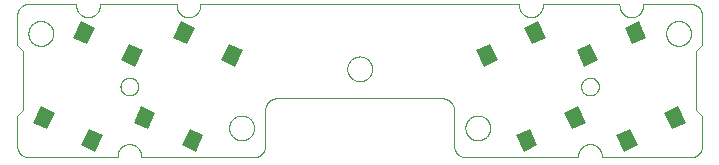
<source format=gtp>
G75*
%MOIN*%
%OFA0B0*%
%FSLAX25Y25*%
%IPPOS*%
%LPD*%
%AMOC8*
5,1,8,0,0,1.08239X$1,22.5*
%
%ADD10C,0.00000*%
%ADD11R,0.05118X0.06102*%
D10*
X0007206Y0003269D02*
X0036733Y0003269D01*
X0036733Y0003761D01*
X0040670Y0007698D02*
X0040794Y0007696D01*
X0040917Y0007690D01*
X0041041Y0007681D01*
X0041163Y0007667D01*
X0041286Y0007650D01*
X0041408Y0007628D01*
X0041529Y0007603D01*
X0041649Y0007574D01*
X0041768Y0007542D01*
X0041887Y0007505D01*
X0042004Y0007465D01*
X0042119Y0007422D01*
X0042234Y0007374D01*
X0042346Y0007323D01*
X0042457Y0007269D01*
X0042567Y0007211D01*
X0042674Y0007150D01*
X0042780Y0007085D01*
X0042883Y0007017D01*
X0042984Y0006946D01*
X0043083Y0006872D01*
X0043180Y0006795D01*
X0043274Y0006714D01*
X0043365Y0006631D01*
X0043454Y0006545D01*
X0043540Y0006456D01*
X0043623Y0006365D01*
X0043704Y0006271D01*
X0043781Y0006174D01*
X0043855Y0006075D01*
X0043926Y0005974D01*
X0043994Y0005871D01*
X0044059Y0005765D01*
X0044120Y0005658D01*
X0044178Y0005548D01*
X0044232Y0005437D01*
X0044283Y0005325D01*
X0044331Y0005210D01*
X0044374Y0005095D01*
X0044414Y0004978D01*
X0044451Y0004859D01*
X0044483Y0004740D01*
X0044512Y0004620D01*
X0044537Y0004499D01*
X0044559Y0004377D01*
X0044576Y0004254D01*
X0044590Y0004132D01*
X0044599Y0004008D01*
X0044605Y0003885D01*
X0044607Y0003761D01*
X0044607Y0003269D01*
X0082009Y0003269D01*
X0082133Y0003271D01*
X0082256Y0003277D01*
X0082380Y0003286D01*
X0082502Y0003300D01*
X0082625Y0003317D01*
X0082747Y0003339D01*
X0082868Y0003364D01*
X0082988Y0003393D01*
X0083107Y0003425D01*
X0083226Y0003462D01*
X0083343Y0003502D01*
X0083458Y0003545D01*
X0083573Y0003593D01*
X0083685Y0003644D01*
X0083796Y0003698D01*
X0083906Y0003756D01*
X0084013Y0003817D01*
X0084119Y0003882D01*
X0084222Y0003950D01*
X0084323Y0004021D01*
X0084422Y0004095D01*
X0084519Y0004172D01*
X0084613Y0004253D01*
X0084704Y0004336D01*
X0084793Y0004422D01*
X0084879Y0004511D01*
X0084962Y0004602D01*
X0085043Y0004696D01*
X0085120Y0004793D01*
X0085194Y0004892D01*
X0085265Y0004993D01*
X0085333Y0005096D01*
X0085398Y0005202D01*
X0085459Y0005309D01*
X0085517Y0005419D01*
X0085571Y0005530D01*
X0085622Y0005642D01*
X0085670Y0005757D01*
X0085713Y0005872D01*
X0085753Y0005989D01*
X0085790Y0006108D01*
X0085822Y0006227D01*
X0085851Y0006347D01*
X0085876Y0006468D01*
X0085898Y0006590D01*
X0085915Y0006713D01*
X0085929Y0006835D01*
X0085938Y0006959D01*
X0085944Y0007082D01*
X0085946Y0007206D01*
X0085946Y0019017D01*
X0085948Y0019141D01*
X0085954Y0019264D01*
X0085963Y0019388D01*
X0085977Y0019510D01*
X0085994Y0019633D01*
X0086016Y0019755D01*
X0086041Y0019876D01*
X0086070Y0019996D01*
X0086102Y0020115D01*
X0086139Y0020234D01*
X0086179Y0020351D01*
X0086222Y0020466D01*
X0086270Y0020581D01*
X0086321Y0020693D01*
X0086375Y0020804D01*
X0086433Y0020914D01*
X0086494Y0021021D01*
X0086559Y0021127D01*
X0086627Y0021230D01*
X0086698Y0021331D01*
X0086772Y0021430D01*
X0086849Y0021527D01*
X0086930Y0021621D01*
X0087013Y0021712D01*
X0087099Y0021801D01*
X0087188Y0021887D01*
X0087279Y0021970D01*
X0087373Y0022051D01*
X0087470Y0022128D01*
X0087569Y0022202D01*
X0087670Y0022273D01*
X0087773Y0022341D01*
X0087879Y0022406D01*
X0087986Y0022467D01*
X0088096Y0022525D01*
X0088207Y0022579D01*
X0088319Y0022630D01*
X0088434Y0022678D01*
X0088549Y0022721D01*
X0088666Y0022761D01*
X0088785Y0022798D01*
X0088904Y0022830D01*
X0089024Y0022859D01*
X0089145Y0022884D01*
X0089267Y0022906D01*
X0089390Y0022923D01*
X0089512Y0022937D01*
X0089636Y0022946D01*
X0089759Y0022952D01*
X0089883Y0022954D01*
X0145001Y0022954D01*
X0145125Y0022952D01*
X0145248Y0022946D01*
X0145372Y0022937D01*
X0145494Y0022923D01*
X0145617Y0022906D01*
X0145739Y0022884D01*
X0145860Y0022859D01*
X0145980Y0022830D01*
X0146099Y0022798D01*
X0146218Y0022761D01*
X0146335Y0022721D01*
X0146450Y0022678D01*
X0146565Y0022630D01*
X0146677Y0022579D01*
X0146788Y0022525D01*
X0146898Y0022467D01*
X0147005Y0022406D01*
X0147111Y0022341D01*
X0147214Y0022273D01*
X0147315Y0022202D01*
X0147414Y0022128D01*
X0147511Y0022051D01*
X0147605Y0021970D01*
X0147696Y0021887D01*
X0147785Y0021801D01*
X0147871Y0021712D01*
X0147954Y0021621D01*
X0148035Y0021527D01*
X0148112Y0021430D01*
X0148186Y0021331D01*
X0148257Y0021230D01*
X0148325Y0021127D01*
X0148390Y0021021D01*
X0148451Y0020914D01*
X0148509Y0020804D01*
X0148563Y0020693D01*
X0148614Y0020581D01*
X0148662Y0020466D01*
X0148705Y0020351D01*
X0148745Y0020234D01*
X0148782Y0020115D01*
X0148814Y0019996D01*
X0148843Y0019876D01*
X0148868Y0019755D01*
X0148890Y0019633D01*
X0148907Y0019510D01*
X0148921Y0019388D01*
X0148930Y0019264D01*
X0148936Y0019141D01*
X0148938Y0019017D01*
X0148938Y0007206D01*
X0148940Y0007082D01*
X0148946Y0006959D01*
X0148955Y0006835D01*
X0148969Y0006713D01*
X0148986Y0006590D01*
X0149008Y0006468D01*
X0149033Y0006347D01*
X0149062Y0006227D01*
X0149094Y0006108D01*
X0149131Y0005989D01*
X0149171Y0005872D01*
X0149214Y0005757D01*
X0149262Y0005642D01*
X0149313Y0005530D01*
X0149367Y0005419D01*
X0149425Y0005309D01*
X0149486Y0005202D01*
X0149551Y0005096D01*
X0149619Y0004993D01*
X0149690Y0004892D01*
X0149764Y0004793D01*
X0149841Y0004696D01*
X0149922Y0004602D01*
X0150005Y0004511D01*
X0150091Y0004422D01*
X0150180Y0004336D01*
X0150271Y0004253D01*
X0150365Y0004172D01*
X0150462Y0004095D01*
X0150561Y0004021D01*
X0150662Y0003950D01*
X0150765Y0003882D01*
X0150871Y0003817D01*
X0150978Y0003756D01*
X0151088Y0003698D01*
X0151199Y0003644D01*
X0151311Y0003593D01*
X0151426Y0003545D01*
X0151541Y0003502D01*
X0151658Y0003462D01*
X0151777Y0003425D01*
X0151896Y0003393D01*
X0152016Y0003364D01*
X0152137Y0003339D01*
X0152259Y0003317D01*
X0152382Y0003300D01*
X0152504Y0003286D01*
X0152628Y0003277D01*
X0152751Y0003271D01*
X0152875Y0003269D01*
X0190276Y0003269D01*
X0190276Y0003761D01*
X0194213Y0007698D02*
X0194337Y0007696D01*
X0194460Y0007690D01*
X0194584Y0007681D01*
X0194706Y0007667D01*
X0194829Y0007650D01*
X0194951Y0007628D01*
X0195072Y0007603D01*
X0195192Y0007574D01*
X0195311Y0007542D01*
X0195430Y0007505D01*
X0195547Y0007465D01*
X0195662Y0007422D01*
X0195777Y0007374D01*
X0195889Y0007323D01*
X0196000Y0007269D01*
X0196110Y0007211D01*
X0196217Y0007150D01*
X0196323Y0007085D01*
X0196426Y0007017D01*
X0196527Y0006946D01*
X0196626Y0006872D01*
X0196723Y0006795D01*
X0196817Y0006714D01*
X0196908Y0006631D01*
X0196997Y0006545D01*
X0197083Y0006456D01*
X0197166Y0006365D01*
X0197247Y0006271D01*
X0197324Y0006174D01*
X0197398Y0006075D01*
X0197469Y0005974D01*
X0197537Y0005871D01*
X0197602Y0005765D01*
X0197663Y0005658D01*
X0197721Y0005548D01*
X0197775Y0005437D01*
X0197826Y0005325D01*
X0197874Y0005210D01*
X0197917Y0005095D01*
X0197957Y0004978D01*
X0197994Y0004859D01*
X0198026Y0004740D01*
X0198055Y0004620D01*
X0198080Y0004499D01*
X0198102Y0004377D01*
X0198119Y0004254D01*
X0198133Y0004132D01*
X0198142Y0004008D01*
X0198148Y0003885D01*
X0198150Y0003761D01*
X0198150Y0003269D01*
X0227678Y0003269D01*
X0227802Y0003271D01*
X0227925Y0003277D01*
X0228049Y0003286D01*
X0228171Y0003300D01*
X0228294Y0003317D01*
X0228416Y0003339D01*
X0228537Y0003364D01*
X0228657Y0003393D01*
X0228776Y0003425D01*
X0228895Y0003462D01*
X0229012Y0003502D01*
X0229127Y0003545D01*
X0229242Y0003593D01*
X0229354Y0003644D01*
X0229465Y0003698D01*
X0229575Y0003756D01*
X0229682Y0003817D01*
X0229788Y0003882D01*
X0229891Y0003950D01*
X0229992Y0004021D01*
X0230091Y0004095D01*
X0230188Y0004172D01*
X0230282Y0004253D01*
X0230373Y0004336D01*
X0230462Y0004422D01*
X0230548Y0004511D01*
X0230631Y0004602D01*
X0230712Y0004696D01*
X0230789Y0004793D01*
X0230863Y0004892D01*
X0230934Y0004993D01*
X0231002Y0005096D01*
X0231067Y0005202D01*
X0231128Y0005309D01*
X0231186Y0005419D01*
X0231240Y0005530D01*
X0231291Y0005642D01*
X0231339Y0005757D01*
X0231382Y0005872D01*
X0231422Y0005989D01*
X0231459Y0006108D01*
X0231491Y0006227D01*
X0231520Y0006347D01*
X0231545Y0006468D01*
X0231567Y0006590D01*
X0231584Y0006713D01*
X0231598Y0006835D01*
X0231607Y0006959D01*
X0231613Y0007082D01*
X0231615Y0007206D01*
X0231615Y0017048D01*
X0229646Y0019017D01*
X0229646Y0038702D01*
X0231615Y0040670D01*
X0231615Y0050513D01*
X0231613Y0050637D01*
X0231607Y0050760D01*
X0231598Y0050884D01*
X0231584Y0051006D01*
X0231567Y0051129D01*
X0231545Y0051251D01*
X0231520Y0051372D01*
X0231491Y0051492D01*
X0231459Y0051611D01*
X0231422Y0051730D01*
X0231382Y0051847D01*
X0231339Y0051962D01*
X0231291Y0052077D01*
X0231240Y0052189D01*
X0231186Y0052300D01*
X0231128Y0052410D01*
X0231067Y0052517D01*
X0231002Y0052623D01*
X0230934Y0052726D01*
X0230863Y0052827D01*
X0230789Y0052926D01*
X0230712Y0053023D01*
X0230631Y0053117D01*
X0230548Y0053208D01*
X0230462Y0053297D01*
X0230373Y0053383D01*
X0230282Y0053466D01*
X0230188Y0053547D01*
X0230091Y0053624D01*
X0229992Y0053698D01*
X0229891Y0053769D01*
X0229788Y0053837D01*
X0229682Y0053902D01*
X0229575Y0053963D01*
X0229465Y0054021D01*
X0229354Y0054075D01*
X0229242Y0054126D01*
X0229127Y0054174D01*
X0229012Y0054217D01*
X0228895Y0054257D01*
X0228776Y0054294D01*
X0228657Y0054326D01*
X0228537Y0054355D01*
X0228416Y0054380D01*
X0228294Y0054402D01*
X0228171Y0054419D01*
X0228049Y0054433D01*
X0227925Y0054442D01*
X0227802Y0054448D01*
X0227678Y0054450D01*
X0211930Y0054450D01*
X0211930Y0053957D01*
X0207993Y0050020D02*
X0207869Y0050022D01*
X0207746Y0050028D01*
X0207622Y0050037D01*
X0207500Y0050051D01*
X0207377Y0050068D01*
X0207255Y0050090D01*
X0207134Y0050115D01*
X0207014Y0050144D01*
X0206895Y0050176D01*
X0206776Y0050213D01*
X0206659Y0050253D01*
X0206544Y0050296D01*
X0206429Y0050344D01*
X0206317Y0050395D01*
X0206206Y0050449D01*
X0206096Y0050507D01*
X0205989Y0050568D01*
X0205883Y0050633D01*
X0205780Y0050701D01*
X0205679Y0050772D01*
X0205580Y0050846D01*
X0205483Y0050923D01*
X0205389Y0051004D01*
X0205298Y0051087D01*
X0205209Y0051173D01*
X0205123Y0051262D01*
X0205040Y0051353D01*
X0204959Y0051447D01*
X0204882Y0051544D01*
X0204808Y0051643D01*
X0204737Y0051744D01*
X0204669Y0051847D01*
X0204604Y0051953D01*
X0204543Y0052060D01*
X0204485Y0052170D01*
X0204431Y0052281D01*
X0204380Y0052393D01*
X0204332Y0052508D01*
X0204289Y0052623D01*
X0204249Y0052740D01*
X0204212Y0052859D01*
X0204180Y0052978D01*
X0204151Y0053098D01*
X0204126Y0053219D01*
X0204104Y0053341D01*
X0204087Y0053464D01*
X0204073Y0053586D01*
X0204064Y0053710D01*
X0204058Y0053833D01*
X0204056Y0053957D01*
X0204056Y0054450D01*
X0178465Y0054450D01*
X0178465Y0053957D01*
X0174528Y0050020D02*
X0174404Y0050022D01*
X0174281Y0050028D01*
X0174157Y0050037D01*
X0174035Y0050051D01*
X0173912Y0050068D01*
X0173790Y0050090D01*
X0173669Y0050115D01*
X0173549Y0050144D01*
X0173430Y0050176D01*
X0173311Y0050213D01*
X0173194Y0050253D01*
X0173079Y0050296D01*
X0172964Y0050344D01*
X0172852Y0050395D01*
X0172741Y0050449D01*
X0172631Y0050507D01*
X0172524Y0050568D01*
X0172418Y0050633D01*
X0172315Y0050701D01*
X0172214Y0050772D01*
X0172115Y0050846D01*
X0172018Y0050923D01*
X0171924Y0051004D01*
X0171833Y0051087D01*
X0171744Y0051173D01*
X0171658Y0051262D01*
X0171575Y0051353D01*
X0171494Y0051447D01*
X0171417Y0051544D01*
X0171343Y0051643D01*
X0171272Y0051744D01*
X0171204Y0051847D01*
X0171139Y0051953D01*
X0171078Y0052060D01*
X0171020Y0052170D01*
X0170966Y0052281D01*
X0170915Y0052393D01*
X0170867Y0052508D01*
X0170824Y0052623D01*
X0170784Y0052740D01*
X0170747Y0052859D01*
X0170715Y0052978D01*
X0170686Y0053098D01*
X0170661Y0053219D01*
X0170639Y0053341D01*
X0170622Y0053464D01*
X0170608Y0053586D01*
X0170599Y0053710D01*
X0170593Y0053833D01*
X0170591Y0053957D01*
X0170591Y0054450D01*
X0064292Y0054450D01*
X0064292Y0053957D01*
X0060355Y0050020D02*
X0060231Y0050022D01*
X0060108Y0050028D01*
X0059984Y0050037D01*
X0059862Y0050051D01*
X0059739Y0050068D01*
X0059617Y0050090D01*
X0059496Y0050115D01*
X0059376Y0050144D01*
X0059257Y0050176D01*
X0059138Y0050213D01*
X0059021Y0050253D01*
X0058906Y0050296D01*
X0058791Y0050344D01*
X0058679Y0050395D01*
X0058568Y0050449D01*
X0058458Y0050507D01*
X0058351Y0050568D01*
X0058245Y0050633D01*
X0058142Y0050701D01*
X0058041Y0050772D01*
X0057942Y0050846D01*
X0057845Y0050923D01*
X0057751Y0051004D01*
X0057660Y0051087D01*
X0057571Y0051173D01*
X0057485Y0051262D01*
X0057402Y0051353D01*
X0057321Y0051447D01*
X0057244Y0051544D01*
X0057170Y0051643D01*
X0057099Y0051744D01*
X0057031Y0051847D01*
X0056966Y0051953D01*
X0056905Y0052060D01*
X0056847Y0052170D01*
X0056793Y0052281D01*
X0056742Y0052393D01*
X0056694Y0052508D01*
X0056651Y0052623D01*
X0056611Y0052740D01*
X0056574Y0052859D01*
X0056542Y0052978D01*
X0056513Y0053098D01*
X0056488Y0053219D01*
X0056466Y0053341D01*
X0056449Y0053464D01*
X0056435Y0053586D01*
X0056426Y0053710D01*
X0056420Y0053833D01*
X0056418Y0053957D01*
X0056418Y0054450D01*
X0030828Y0054450D01*
X0030828Y0053957D01*
X0026891Y0050020D02*
X0026767Y0050022D01*
X0026644Y0050028D01*
X0026520Y0050037D01*
X0026398Y0050051D01*
X0026275Y0050068D01*
X0026153Y0050090D01*
X0026032Y0050115D01*
X0025912Y0050144D01*
X0025793Y0050176D01*
X0025674Y0050213D01*
X0025557Y0050253D01*
X0025442Y0050296D01*
X0025327Y0050344D01*
X0025215Y0050395D01*
X0025104Y0050449D01*
X0024994Y0050507D01*
X0024887Y0050568D01*
X0024781Y0050633D01*
X0024678Y0050701D01*
X0024577Y0050772D01*
X0024478Y0050846D01*
X0024381Y0050923D01*
X0024287Y0051004D01*
X0024196Y0051087D01*
X0024107Y0051173D01*
X0024021Y0051262D01*
X0023938Y0051353D01*
X0023857Y0051447D01*
X0023780Y0051544D01*
X0023706Y0051643D01*
X0023635Y0051744D01*
X0023567Y0051847D01*
X0023502Y0051953D01*
X0023441Y0052060D01*
X0023383Y0052170D01*
X0023329Y0052281D01*
X0023278Y0052393D01*
X0023230Y0052508D01*
X0023187Y0052623D01*
X0023147Y0052740D01*
X0023110Y0052859D01*
X0023078Y0052978D01*
X0023049Y0053098D01*
X0023024Y0053219D01*
X0023002Y0053341D01*
X0022985Y0053464D01*
X0022971Y0053586D01*
X0022962Y0053710D01*
X0022956Y0053833D01*
X0022954Y0053957D01*
X0022954Y0054450D01*
X0007206Y0054450D01*
X0007082Y0054448D01*
X0006959Y0054442D01*
X0006835Y0054433D01*
X0006713Y0054419D01*
X0006590Y0054402D01*
X0006468Y0054380D01*
X0006347Y0054355D01*
X0006227Y0054326D01*
X0006108Y0054294D01*
X0005989Y0054257D01*
X0005872Y0054217D01*
X0005757Y0054174D01*
X0005642Y0054126D01*
X0005530Y0054075D01*
X0005419Y0054021D01*
X0005309Y0053963D01*
X0005202Y0053902D01*
X0005096Y0053837D01*
X0004993Y0053769D01*
X0004892Y0053698D01*
X0004793Y0053624D01*
X0004696Y0053547D01*
X0004602Y0053466D01*
X0004511Y0053383D01*
X0004422Y0053297D01*
X0004336Y0053208D01*
X0004253Y0053117D01*
X0004172Y0053023D01*
X0004095Y0052926D01*
X0004021Y0052827D01*
X0003950Y0052726D01*
X0003882Y0052623D01*
X0003817Y0052517D01*
X0003756Y0052410D01*
X0003698Y0052300D01*
X0003644Y0052189D01*
X0003593Y0052077D01*
X0003545Y0051962D01*
X0003502Y0051847D01*
X0003462Y0051730D01*
X0003425Y0051611D01*
X0003393Y0051492D01*
X0003364Y0051372D01*
X0003339Y0051251D01*
X0003317Y0051129D01*
X0003300Y0051006D01*
X0003286Y0050884D01*
X0003277Y0050760D01*
X0003271Y0050637D01*
X0003269Y0050513D01*
X0003269Y0040670D01*
X0005237Y0038702D01*
X0005237Y0019017D01*
X0003269Y0017048D01*
X0003269Y0007206D01*
X0003271Y0007082D01*
X0003277Y0006959D01*
X0003286Y0006835D01*
X0003300Y0006713D01*
X0003317Y0006590D01*
X0003339Y0006468D01*
X0003364Y0006347D01*
X0003393Y0006227D01*
X0003425Y0006108D01*
X0003462Y0005989D01*
X0003502Y0005872D01*
X0003545Y0005757D01*
X0003593Y0005642D01*
X0003644Y0005530D01*
X0003698Y0005419D01*
X0003756Y0005309D01*
X0003817Y0005202D01*
X0003882Y0005096D01*
X0003950Y0004993D01*
X0004021Y0004892D01*
X0004095Y0004793D01*
X0004172Y0004696D01*
X0004253Y0004602D01*
X0004336Y0004511D01*
X0004422Y0004422D01*
X0004511Y0004336D01*
X0004602Y0004253D01*
X0004696Y0004172D01*
X0004793Y0004095D01*
X0004892Y0004021D01*
X0004993Y0003950D01*
X0005096Y0003882D01*
X0005202Y0003817D01*
X0005309Y0003756D01*
X0005419Y0003698D01*
X0005530Y0003644D01*
X0005642Y0003593D01*
X0005757Y0003545D01*
X0005872Y0003502D01*
X0005989Y0003462D01*
X0006108Y0003425D01*
X0006227Y0003393D01*
X0006347Y0003364D01*
X0006468Y0003339D01*
X0006590Y0003317D01*
X0006713Y0003300D01*
X0006835Y0003286D01*
X0006959Y0003277D01*
X0007082Y0003271D01*
X0007206Y0003269D01*
X0036733Y0003761D02*
X0036735Y0003885D01*
X0036741Y0004008D01*
X0036750Y0004132D01*
X0036764Y0004254D01*
X0036781Y0004377D01*
X0036803Y0004499D01*
X0036828Y0004620D01*
X0036857Y0004740D01*
X0036889Y0004859D01*
X0036926Y0004978D01*
X0036966Y0005095D01*
X0037009Y0005210D01*
X0037057Y0005325D01*
X0037108Y0005437D01*
X0037162Y0005548D01*
X0037220Y0005658D01*
X0037281Y0005765D01*
X0037346Y0005871D01*
X0037414Y0005974D01*
X0037485Y0006075D01*
X0037559Y0006174D01*
X0037636Y0006271D01*
X0037717Y0006365D01*
X0037800Y0006456D01*
X0037886Y0006545D01*
X0037975Y0006631D01*
X0038066Y0006714D01*
X0038160Y0006795D01*
X0038257Y0006872D01*
X0038356Y0006946D01*
X0038457Y0007017D01*
X0038560Y0007085D01*
X0038666Y0007150D01*
X0038773Y0007211D01*
X0038883Y0007269D01*
X0038994Y0007323D01*
X0039106Y0007374D01*
X0039221Y0007422D01*
X0039336Y0007465D01*
X0039453Y0007505D01*
X0039572Y0007542D01*
X0039691Y0007574D01*
X0039811Y0007603D01*
X0039932Y0007628D01*
X0040054Y0007650D01*
X0040177Y0007667D01*
X0040299Y0007681D01*
X0040423Y0007690D01*
X0040546Y0007696D01*
X0040670Y0007698D01*
X0073938Y0013111D02*
X0073940Y0013239D01*
X0073946Y0013367D01*
X0073956Y0013494D01*
X0073970Y0013622D01*
X0073987Y0013748D01*
X0074009Y0013874D01*
X0074035Y0014000D01*
X0074064Y0014124D01*
X0074097Y0014248D01*
X0074134Y0014370D01*
X0074175Y0014491D01*
X0074220Y0014611D01*
X0074268Y0014730D01*
X0074320Y0014847D01*
X0074376Y0014962D01*
X0074435Y0015076D01*
X0074497Y0015187D01*
X0074563Y0015297D01*
X0074632Y0015404D01*
X0074705Y0015510D01*
X0074781Y0015613D01*
X0074860Y0015713D01*
X0074942Y0015812D01*
X0075027Y0015907D01*
X0075115Y0016000D01*
X0075206Y0016090D01*
X0075299Y0016177D01*
X0075396Y0016262D01*
X0075494Y0016343D01*
X0075596Y0016421D01*
X0075699Y0016496D01*
X0075805Y0016568D01*
X0075913Y0016637D01*
X0076023Y0016702D01*
X0076136Y0016763D01*
X0076250Y0016822D01*
X0076365Y0016876D01*
X0076483Y0016927D01*
X0076601Y0016975D01*
X0076722Y0017018D01*
X0076843Y0017058D01*
X0076966Y0017094D01*
X0077090Y0017127D01*
X0077215Y0017155D01*
X0077340Y0017180D01*
X0077466Y0017200D01*
X0077593Y0017217D01*
X0077721Y0017230D01*
X0077848Y0017239D01*
X0077976Y0017244D01*
X0078104Y0017245D01*
X0078232Y0017242D01*
X0078360Y0017235D01*
X0078487Y0017224D01*
X0078614Y0017209D01*
X0078741Y0017191D01*
X0078867Y0017168D01*
X0078992Y0017141D01*
X0079116Y0017111D01*
X0079239Y0017077D01*
X0079362Y0017039D01*
X0079483Y0016997D01*
X0079602Y0016951D01*
X0079720Y0016902D01*
X0079837Y0016849D01*
X0079952Y0016793D01*
X0080065Y0016733D01*
X0080176Y0016670D01*
X0080285Y0016603D01*
X0080392Y0016533D01*
X0080497Y0016459D01*
X0080599Y0016383D01*
X0080699Y0016303D01*
X0080797Y0016220D01*
X0080892Y0016134D01*
X0080984Y0016045D01*
X0081073Y0015954D01*
X0081160Y0015860D01*
X0081243Y0015763D01*
X0081324Y0015663D01*
X0081401Y0015562D01*
X0081476Y0015457D01*
X0081547Y0015351D01*
X0081614Y0015242D01*
X0081679Y0015132D01*
X0081739Y0015019D01*
X0081797Y0014905D01*
X0081850Y0014789D01*
X0081900Y0014671D01*
X0081947Y0014552D01*
X0081990Y0014431D01*
X0082029Y0014309D01*
X0082064Y0014186D01*
X0082095Y0014062D01*
X0082123Y0013937D01*
X0082146Y0013811D01*
X0082166Y0013685D01*
X0082182Y0013558D01*
X0082194Y0013431D01*
X0082202Y0013303D01*
X0082206Y0013175D01*
X0082206Y0013047D01*
X0082202Y0012919D01*
X0082194Y0012791D01*
X0082182Y0012664D01*
X0082166Y0012537D01*
X0082146Y0012411D01*
X0082123Y0012285D01*
X0082095Y0012160D01*
X0082064Y0012036D01*
X0082029Y0011913D01*
X0081990Y0011791D01*
X0081947Y0011670D01*
X0081900Y0011551D01*
X0081850Y0011433D01*
X0081797Y0011317D01*
X0081739Y0011203D01*
X0081679Y0011090D01*
X0081614Y0010980D01*
X0081547Y0010871D01*
X0081476Y0010765D01*
X0081401Y0010660D01*
X0081324Y0010559D01*
X0081243Y0010459D01*
X0081160Y0010362D01*
X0081073Y0010268D01*
X0080984Y0010177D01*
X0080892Y0010088D01*
X0080797Y0010002D01*
X0080699Y0009919D01*
X0080599Y0009839D01*
X0080497Y0009763D01*
X0080392Y0009689D01*
X0080285Y0009619D01*
X0080176Y0009552D01*
X0080065Y0009489D01*
X0079952Y0009429D01*
X0079837Y0009373D01*
X0079720Y0009320D01*
X0079602Y0009271D01*
X0079483Y0009225D01*
X0079362Y0009183D01*
X0079239Y0009145D01*
X0079116Y0009111D01*
X0078992Y0009081D01*
X0078867Y0009054D01*
X0078741Y0009031D01*
X0078614Y0009013D01*
X0078487Y0008998D01*
X0078360Y0008987D01*
X0078232Y0008980D01*
X0078104Y0008977D01*
X0077976Y0008978D01*
X0077848Y0008983D01*
X0077721Y0008992D01*
X0077593Y0009005D01*
X0077466Y0009022D01*
X0077340Y0009042D01*
X0077215Y0009067D01*
X0077090Y0009095D01*
X0076966Y0009128D01*
X0076843Y0009164D01*
X0076722Y0009204D01*
X0076601Y0009247D01*
X0076483Y0009295D01*
X0076365Y0009346D01*
X0076250Y0009400D01*
X0076136Y0009459D01*
X0076023Y0009520D01*
X0075913Y0009585D01*
X0075805Y0009654D01*
X0075699Y0009726D01*
X0075596Y0009801D01*
X0075494Y0009879D01*
X0075396Y0009960D01*
X0075299Y0010045D01*
X0075206Y0010132D01*
X0075115Y0010222D01*
X0075027Y0010315D01*
X0074942Y0010410D01*
X0074860Y0010509D01*
X0074781Y0010609D01*
X0074705Y0010712D01*
X0074632Y0010818D01*
X0074563Y0010925D01*
X0074497Y0011035D01*
X0074435Y0011146D01*
X0074376Y0011260D01*
X0074320Y0011375D01*
X0074268Y0011492D01*
X0074220Y0011611D01*
X0074175Y0011731D01*
X0074134Y0011852D01*
X0074097Y0011974D01*
X0074064Y0012098D01*
X0074035Y0012222D01*
X0074009Y0012348D01*
X0073987Y0012474D01*
X0073970Y0012600D01*
X0073956Y0012728D01*
X0073946Y0012855D01*
X0073940Y0012983D01*
X0073938Y0013111D01*
X0037717Y0026891D02*
X0037719Y0026999D01*
X0037725Y0027108D01*
X0037735Y0027216D01*
X0037749Y0027323D01*
X0037767Y0027430D01*
X0037788Y0027537D01*
X0037814Y0027642D01*
X0037844Y0027747D01*
X0037877Y0027850D01*
X0037914Y0027952D01*
X0037955Y0028052D01*
X0037999Y0028151D01*
X0038048Y0028249D01*
X0038099Y0028344D01*
X0038154Y0028437D01*
X0038213Y0028529D01*
X0038275Y0028618D01*
X0038340Y0028705D01*
X0038408Y0028789D01*
X0038479Y0028871D01*
X0038553Y0028950D01*
X0038630Y0029026D01*
X0038710Y0029100D01*
X0038793Y0029170D01*
X0038878Y0029238D01*
X0038965Y0029302D01*
X0039055Y0029363D01*
X0039147Y0029421D01*
X0039241Y0029475D01*
X0039337Y0029526D01*
X0039434Y0029573D01*
X0039534Y0029617D01*
X0039635Y0029657D01*
X0039737Y0029693D01*
X0039840Y0029725D01*
X0039945Y0029754D01*
X0040051Y0029778D01*
X0040157Y0029799D01*
X0040264Y0029816D01*
X0040372Y0029829D01*
X0040480Y0029838D01*
X0040589Y0029843D01*
X0040697Y0029844D01*
X0040806Y0029841D01*
X0040914Y0029834D01*
X0041022Y0029823D01*
X0041129Y0029808D01*
X0041236Y0029789D01*
X0041342Y0029766D01*
X0041447Y0029740D01*
X0041552Y0029709D01*
X0041654Y0029675D01*
X0041756Y0029637D01*
X0041856Y0029595D01*
X0041955Y0029550D01*
X0042052Y0029501D01*
X0042146Y0029448D01*
X0042239Y0029392D01*
X0042330Y0029333D01*
X0042419Y0029270D01*
X0042505Y0029205D01*
X0042589Y0029136D01*
X0042670Y0029064D01*
X0042748Y0028989D01*
X0042824Y0028911D01*
X0042897Y0028830D01*
X0042967Y0028747D01*
X0043033Y0028662D01*
X0043097Y0028574D01*
X0043157Y0028483D01*
X0043214Y0028391D01*
X0043267Y0028296D01*
X0043317Y0028200D01*
X0043363Y0028102D01*
X0043406Y0028002D01*
X0043445Y0027901D01*
X0043480Y0027798D01*
X0043512Y0027695D01*
X0043539Y0027590D01*
X0043563Y0027484D01*
X0043583Y0027377D01*
X0043599Y0027270D01*
X0043611Y0027162D01*
X0043619Y0027054D01*
X0043623Y0026945D01*
X0043623Y0026837D01*
X0043619Y0026728D01*
X0043611Y0026620D01*
X0043599Y0026512D01*
X0043583Y0026405D01*
X0043563Y0026298D01*
X0043539Y0026192D01*
X0043512Y0026087D01*
X0043480Y0025984D01*
X0043445Y0025881D01*
X0043406Y0025780D01*
X0043363Y0025680D01*
X0043317Y0025582D01*
X0043267Y0025486D01*
X0043214Y0025391D01*
X0043157Y0025299D01*
X0043097Y0025208D01*
X0043033Y0025120D01*
X0042967Y0025035D01*
X0042897Y0024952D01*
X0042824Y0024871D01*
X0042748Y0024793D01*
X0042670Y0024718D01*
X0042589Y0024646D01*
X0042505Y0024577D01*
X0042419Y0024512D01*
X0042330Y0024449D01*
X0042239Y0024390D01*
X0042147Y0024334D01*
X0042052Y0024281D01*
X0041955Y0024232D01*
X0041856Y0024187D01*
X0041756Y0024145D01*
X0041654Y0024107D01*
X0041552Y0024073D01*
X0041447Y0024042D01*
X0041342Y0024016D01*
X0041236Y0023993D01*
X0041129Y0023974D01*
X0041022Y0023959D01*
X0040914Y0023948D01*
X0040806Y0023941D01*
X0040697Y0023938D01*
X0040589Y0023939D01*
X0040480Y0023944D01*
X0040372Y0023953D01*
X0040264Y0023966D01*
X0040157Y0023983D01*
X0040051Y0024004D01*
X0039945Y0024028D01*
X0039840Y0024057D01*
X0039737Y0024089D01*
X0039635Y0024125D01*
X0039534Y0024165D01*
X0039434Y0024209D01*
X0039337Y0024256D01*
X0039241Y0024307D01*
X0039147Y0024361D01*
X0039055Y0024419D01*
X0038965Y0024480D01*
X0038878Y0024544D01*
X0038793Y0024612D01*
X0038710Y0024682D01*
X0038630Y0024756D01*
X0038553Y0024832D01*
X0038479Y0024911D01*
X0038408Y0024993D01*
X0038340Y0025077D01*
X0038275Y0025164D01*
X0038213Y0025253D01*
X0038154Y0025345D01*
X0038099Y0025438D01*
X0038048Y0025533D01*
X0037999Y0025631D01*
X0037955Y0025730D01*
X0037914Y0025830D01*
X0037877Y0025932D01*
X0037844Y0026035D01*
X0037814Y0026140D01*
X0037788Y0026245D01*
X0037767Y0026352D01*
X0037749Y0026459D01*
X0037735Y0026566D01*
X0037725Y0026674D01*
X0037719Y0026783D01*
X0037717Y0026891D01*
X0007009Y0044607D02*
X0007011Y0044735D01*
X0007017Y0044863D01*
X0007027Y0044990D01*
X0007041Y0045118D01*
X0007058Y0045244D01*
X0007080Y0045370D01*
X0007106Y0045496D01*
X0007135Y0045620D01*
X0007168Y0045744D01*
X0007205Y0045866D01*
X0007246Y0045987D01*
X0007291Y0046107D01*
X0007339Y0046226D01*
X0007391Y0046343D01*
X0007447Y0046458D01*
X0007506Y0046572D01*
X0007568Y0046683D01*
X0007634Y0046793D01*
X0007703Y0046900D01*
X0007776Y0047006D01*
X0007852Y0047109D01*
X0007931Y0047209D01*
X0008013Y0047308D01*
X0008098Y0047403D01*
X0008186Y0047496D01*
X0008277Y0047586D01*
X0008370Y0047673D01*
X0008467Y0047758D01*
X0008565Y0047839D01*
X0008667Y0047917D01*
X0008770Y0047992D01*
X0008876Y0048064D01*
X0008984Y0048133D01*
X0009094Y0048198D01*
X0009207Y0048259D01*
X0009321Y0048318D01*
X0009436Y0048372D01*
X0009554Y0048423D01*
X0009672Y0048471D01*
X0009793Y0048514D01*
X0009914Y0048554D01*
X0010037Y0048590D01*
X0010161Y0048623D01*
X0010286Y0048651D01*
X0010411Y0048676D01*
X0010537Y0048696D01*
X0010664Y0048713D01*
X0010792Y0048726D01*
X0010919Y0048735D01*
X0011047Y0048740D01*
X0011175Y0048741D01*
X0011303Y0048738D01*
X0011431Y0048731D01*
X0011558Y0048720D01*
X0011685Y0048705D01*
X0011812Y0048687D01*
X0011938Y0048664D01*
X0012063Y0048637D01*
X0012187Y0048607D01*
X0012310Y0048573D01*
X0012433Y0048535D01*
X0012554Y0048493D01*
X0012673Y0048447D01*
X0012791Y0048398D01*
X0012908Y0048345D01*
X0013023Y0048289D01*
X0013136Y0048229D01*
X0013247Y0048166D01*
X0013356Y0048099D01*
X0013463Y0048029D01*
X0013568Y0047955D01*
X0013670Y0047879D01*
X0013770Y0047799D01*
X0013868Y0047716D01*
X0013963Y0047630D01*
X0014055Y0047541D01*
X0014144Y0047450D01*
X0014231Y0047356D01*
X0014314Y0047259D01*
X0014395Y0047159D01*
X0014472Y0047058D01*
X0014547Y0046953D01*
X0014618Y0046847D01*
X0014685Y0046738D01*
X0014750Y0046628D01*
X0014810Y0046515D01*
X0014868Y0046401D01*
X0014921Y0046285D01*
X0014971Y0046167D01*
X0015018Y0046048D01*
X0015061Y0045927D01*
X0015100Y0045805D01*
X0015135Y0045682D01*
X0015166Y0045558D01*
X0015194Y0045433D01*
X0015217Y0045307D01*
X0015237Y0045181D01*
X0015253Y0045054D01*
X0015265Y0044927D01*
X0015273Y0044799D01*
X0015277Y0044671D01*
X0015277Y0044543D01*
X0015273Y0044415D01*
X0015265Y0044287D01*
X0015253Y0044160D01*
X0015237Y0044033D01*
X0015217Y0043907D01*
X0015194Y0043781D01*
X0015166Y0043656D01*
X0015135Y0043532D01*
X0015100Y0043409D01*
X0015061Y0043287D01*
X0015018Y0043166D01*
X0014971Y0043047D01*
X0014921Y0042929D01*
X0014868Y0042813D01*
X0014810Y0042699D01*
X0014750Y0042586D01*
X0014685Y0042476D01*
X0014618Y0042367D01*
X0014547Y0042261D01*
X0014472Y0042156D01*
X0014395Y0042055D01*
X0014314Y0041955D01*
X0014231Y0041858D01*
X0014144Y0041764D01*
X0014055Y0041673D01*
X0013963Y0041584D01*
X0013868Y0041498D01*
X0013770Y0041415D01*
X0013670Y0041335D01*
X0013568Y0041259D01*
X0013463Y0041185D01*
X0013356Y0041115D01*
X0013247Y0041048D01*
X0013136Y0040985D01*
X0013023Y0040925D01*
X0012908Y0040869D01*
X0012791Y0040816D01*
X0012673Y0040767D01*
X0012554Y0040721D01*
X0012433Y0040679D01*
X0012310Y0040641D01*
X0012187Y0040607D01*
X0012063Y0040577D01*
X0011938Y0040550D01*
X0011812Y0040527D01*
X0011685Y0040509D01*
X0011558Y0040494D01*
X0011431Y0040483D01*
X0011303Y0040476D01*
X0011175Y0040473D01*
X0011047Y0040474D01*
X0010919Y0040479D01*
X0010792Y0040488D01*
X0010664Y0040501D01*
X0010537Y0040518D01*
X0010411Y0040538D01*
X0010286Y0040563D01*
X0010161Y0040591D01*
X0010037Y0040624D01*
X0009914Y0040660D01*
X0009793Y0040700D01*
X0009672Y0040743D01*
X0009554Y0040791D01*
X0009436Y0040842D01*
X0009321Y0040896D01*
X0009207Y0040955D01*
X0009094Y0041016D01*
X0008984Y0041081D01*
X0008876Y0041150D01*
X0008770Y0041222D01*
X0008667Y0041297D01*
X0008565Y0041375D01*
X0008467Y0041456D01*
X0008370Y0041541D01*
X0008277Y0041628D01*
X0008186Y0041718D01*
X0008098Y0041811D01*
X0008013Y0041906D01*
X0007931Y0042005D01*
X0007852Y0042105D01*
X0007776Y0042208D01*
X0007703Y0042314D01*
X0007634Y0042421D01*
X0007568Y0042531D01*
X0007506Y0042642D01*
X0007447Y0042756D01*
X0007391Y0042871D01*
X0007339Y0042988D01*
X0007291Y0043107D01*
X0007246Y0043227D01*
X0007205Y0043348D01*
X0007168Y0043470D01*
X0007135Y0043594D01*
X0007106Y0043718D01*
X0007080Y0043844D01*
X0007058Y0043970D01*
X0007041Y0044096D01*
X0007027Y0044224D01*
X0007017Y0044351D01*
X0007011Y0044479D01*
X0007009Y0044607D01*
X0026891Y0050020D02*
X0027015Y0050022D01*
X0027138Y0050028D01*
X0027262Y0050037D01*
X0027384Y0050051D01*
X0027507Y0050068D01*
X0027629Y0050090D01*
X0027750Y0050115D01*
X0027870Y0050144D01*
X0027989Y0050176D01*
X0028108Y0050213D01*
X0028225Y0050253D01*
X0028340Y0050296D01*
X0028455Y0050344D01*
X0028567Y0050395D01*
X0028678Y0050449D01*
X0028788Y0050507D01*
X0028895Y0050568D01*
X0029001Y0050633D01*
X0029104Y0050701D01*
X0029205Y0050772D01*
X0029304Y0050846D01*
X0029401Y0050923D01*
X0029495Y0051004D01*
X0029586Y0051087D01*
X0029675Y0051173D01*
X0029761Y0051262D01*
X0029844Y0051353D01*
X0029925Y0051447D01*
X0030002Y0051544D01*
X0030076Y0051643D01*
X0030147Y0051744D01*
X0030215Y0051847D01*
X0030280Y0051953D01*
X0030341Y0052060D01*
X0030399Y0052170D01*
X0030453Y0052281D01*
X0030504Y0052393D01*
X0030552Y0052508D01*
X0030595Y0052623D01*
X0030635Y0052740D01*
X0030672Y0052859D01*
X0030704Y0052978D01*
X0030733Y0053098D01*
X0030758Y0053219D01*
X0030780Y0053341D01*
X0030797Y0053464D01*
X0030811Y0053586D01*
X0030820Y0053710D01*
X0030826Y0053833D01*
X0030828Y0053957D01*
X0060355Y0050020D02*
X0060479Y0050022D01*
X0060602Y0050028D01*
X0060726Y0050037D01*
X0060848Y0050051D01*
X0060971Y0050068D01*
X0061093Y0050090D01*
X0061214Y0050115D01*
X0061334Y0050144D01*
X0061453Y0050176D01*
X0061572Y0050213D01*
X0061689Y0050253D01*
X0061804Y0050296D01*
X0061919Y0050344D01*
X0062031Y0050395D01*
X0062142Y0050449D01*
X0062252Y0050507D01*
X0062359Y0050568D01*
X0062465Y0050633D01*
X0062568Y0050701D01*
X0062669Y0050772D01*
X0062768Y0050846D01*
X0062865Y0050923D01*
X0062959Y0051004D01*
X0063050Y0051087D01*
X0063139Y0051173D01*
X0063225Y0051262D01*
X0063308Y0051353D01*
X0063389Y0051447D01*
X0063466Y0051544D01*
X0063540Y0051643D01*
X0063611Y0051744D01*
X0063679Y0051847D01*
X0063744Y0051953D01*
X0063805Y0052060D01*
X0063863Y0052170D01*
X0063917Y0052281D01*
X0063968Y0052393D01*
X0064016Y0052508D01*
X0064059Y0052623D01*
X0064099Y0052740D01*
X0064136Y0052859D01*
X0064168Y0052978D01*
X0064197Y0053098D01*
X0064222Y0053219D01*
X0064244Y0053341D01*
X0064261Y0053464D01*
X0064275Y0053586D01*
X0064284Y0053710D01*
X0064290Y0053833D01*
X0064292Y0053957D01*
X0113308Y0032796D02*
X0113310Y0032924D01*
X0113316Y0033052D01*
X0113326Y0033179D01*
X0113340Y0033307D01*
X0113357Y0033433D01*
X0113379Y0033559D01*
X0113405Y0033685D01*
X0113434Y0033809D01*
X0113467Y0033933D01*
X0113504Y0034055D01*
X0113545Y0034176D01*
X0113590Y0034296D01*
X0113638Y0034415D01*
X0113690Y0034532D01*
X0113746Y0034647D01*
X0113805Y0034761D01*
X0113867Y0034872D01*
X0113933Y0034982D01*
X0114002Y0035089D01*
X0114075Y0035195D01*
X0114151Y0035298D01*
X0114230Y0035398D01*
X0114312Y0035497D01*
X0114397Y0035592D01*
X0114485Y0035685D01*
X0114576Y0035775D01*
X0114669Y0035862D01*
X0114766Y0035947D01*
X0114864Y0036028D01*
X0114966Y0036106D01*
X0115069Y0036181D01*
X0115175Y0036253D01*
X0115283Y0036322D01*
X0115393Y0036387D01*
X0115506Y0036448D01*
X0115620Y0036507D01*
X0115735Y0036561D01*
X0115853Y0036612D01*
X0115971Y0036660D01*
X0116092Y0036703D01*
X0116213Y0036743D01*
X0116336Y0036779D01*
X0116460Y0036812D01*
X0116585Y0036840D01*
X0116710Y0036865D01*
X0116836Y0036885D01*
X0116963Y0036902D01*
X0117091Y0036915D01*
X0117218Y0036924D01*
X0117346Y0036929D01*
X0117474Y0036930D01*
X0117602Y0036927D01*
X0117730Y0036920D01*
X0117857Y0036909D01*
X0117984Y0036894D01*
X0118111Y0036876D01*
X0118237Y0036853D01*
X0118362Y0036826D01*
X0118486Y0036796D01*
X0118609Y0036762D01*
X0118732Y0036724D01*
X0118853Y0036682D01*
X0118972Y0036636D01*
X0119090Y0036587D01*
X0119207Y0036534D01*
X0119322Y0036478D01*
X0119435Y0036418D01*
X0119546Y0036355D01*
X0119655Y0036288D01*
X0119762Y0036218D01*
X0119867Y0036144D01*
X0119969Y0036068D01*
X0120069Y0035988D01*
X0120167Y0035905D01*
X0120262Y0035819D01*
X0120354Y0035730D01*
X0120443Y0035639D01*
X0120530Y0035545D01*
X0120613Y0035448D01*
X0120694Y0035348D01*
X0120771Y0035247D01*
X0120846Y0035142D01*
X0120917Y0035036D01*
X0120984Y0034927D01*
X0121049Y0034817D01*
X0121109Y0034704D01*
X0121167Y0034590D01*
X0121220Y0034474D01*
X0121270Y0034356D01*
X0121317Y0034237D01*
X0121360Y0034116D01*
X0121399Y0033994D01*
X0121434Y0033871D01*
X0121465Y0033747D01*
X0121493Y0033622D01*
X0121516Y0033496D01*
X0121536Y0033370D01*
X0121552Y0033243D01*
X0121564Y0033116D01*
X0121572Y0032988D01*
X0121576Y0032860D01*
X0121576Y0032732D01*
X0121572Y0032604D01*
X0121564Y0032476D01*
X0121552Y0032349D01*
X0121536Y0032222D01*
X0121516Y0032096D01*
X0121493Y0031970D01*
X0121465Y0031845D01*
X0121434Y0031721D01*
X0121399Y0031598D01*
X0121360Y0031476D01*
X0121317Y0031355D01*
X0121270Y0031236D01*
X0121220Y0031118D01*
X0121167Y0031002D01*
X0121109Y0030888D01*
X0121049Y0030775D01*
X0120984Y0030665D01*
X0120917Y0030556D01*
X0120846Y0030450D01*
X0120771Y0030345D01*
X0120694Y0030244D01*
X0120613Y0030144D01*
X0120530Y0030047D01*
X0120443Y0029953D01*
X0120354Y0029862D01*
X0120262Y0029773D01*
X0120167Y0029687D01*
X0120069Y0029604D01*
X0119969Y0029524D01*
X0119867Y0029448D01*
X0119762Y0029374D01*
X0119655Y0029304D01*
X0119546Y0029237D01*
X0119435Y0029174D01*
X0119322Y0029114D01*
X0119207Y0029058D01*
X0119090Y0029005D01*
X0118972Y0028956D01*
X0118853Y0028910D01*
X0118732Y0028868D01*
X0118609Y0028830D01*
X0118486Y0028796D01*
X0118362Y0028766D01*
X0118237Y0028739D01*
X0118111Y0028716D01*
X0117984Y0028698D01*
X0117857Y0028683D01*
X0117730Y0028672D01*
X0117602Y0028665D01*
X0117474Y0028662D01*
X0117346Y0028663D01*
X0117218Y0028668D01*
X0117091Y0028677D01*
X0116963Y0028690D01*
X0116836Y0028707D01*
X0116710Y0028727D01*
X0116585Y0028752D01*
X0116460Y0028780D01*
X0116336Y0028813D01*
X0116213Y0028849D01*
X0116092Y0028889D01*
X0115971Y0028932D01*
X0115853Y0028980D01*
X0115735Y0029031D01*
X0115620Y0029085D01*
X0115506Y0029144D01*
X0115393Y0029205D01*
X0115283Y0029270D01*
X0115175Y0029339D01*
X0115069Y0029411D01*
X0114966Y0029486D01*
X0114864Y0029564D01*
X0114766Y0029645D01*
X0114669Y0029730D01*
X0114576Y0029817D01*
X0114485Y0029907D01*
X0114397Y0030000D01*
X0114312Y0030095D01*
X0114230Y0030194D01*
X0114151Y0030294D01*
X0114075Y0030397D01*
X0114002Y0030503D01*
X0113933Y0030610D01*
X0113867Y0030720D01*
X0113805Y0030831D01*
X0113746Y0030945D01*
X0113690Y0031060D01*
X0113638Y0031177D01*
X0113590Y0031296D01*
X0113545Y0031416D01*
X0113504Y0031537D01*
X0113467Y0031659D01*
X0113434Y0031783D01*
X0113405Y0031907D01*
X0113379Y0032033D01*
X0113357Y0032159D01*
X0113340Y0032285D01*
X0113326Y0032413D01*
X0113316Y0032540D01*
X0113310Y0032668D01*
X0113308Y0032796D01*
X0152678Y0013111D02*
X0152680Y0013239D01*
X0152686Y0013367D01*
X0152696Y0013494D01*
X0152710Y0013622D01*
X0152727Y0013748D01*
X0152749Y0013874D01*
X0152775Y0014000D01*
X0152804Y0014124D01*
X0152837Y0014248D01*
X0152874Y0014370D01*
X0152915Y0014491D01*
X0152960Y0014611D01*
X0153008Y0014730D01*
X0153060Y0014847D01*
X0153116Y0014962D01*
X0153175Y0015076D01*
X0153237Y0015187D01*
X0153303Y0015297D01*
X0153372Y0015404D01*
X0153445Y0015510D01*
X0153521Y0015613D01*
X0153600Y0015713D01*
X0153682Y0015812D01*
X0153767Y0015907D01*
X0153855Y0016000D01*
X0153946Y0016090D01*
X0154039Y0016177D01*
X0154136Y0016262D01*
X0154234Y0016343D01*
X0154336Y0016421D01*
X0154439Y0016496D01*
X0154545Y0016568D01*
X0154653Y0016637D01*
X0154763Y0016702D01*
X0154876Y0016763D01*
X0154990Y0016822D01*
X0155105Y0016876D01*
X0155223Y0016927D01*
X0155341Y0016975D01*
X0155462Y0017018D01*
X0155583Y0017058D01*
X0155706Y0017094D01*
X0155830Y0017127D01*
X0155955Y0017155D01*
X0156080Y0017180D01*
X0156206Y0017200D01*
X0156333Y0017217D01*
X0156461Y0017230D01*
X0156588Y0017239D01*
X0156716Y0017244D01*
X0156844Y0017245D01*
X0156972Y0017242D01*
X0157100Y0017235D01*
X0157227Y0017224D01*
X0157354Y0017209D01*
X0157481Y0017191D01*
X0157607Y0017168D01*
X0157732Y0017141D01*
X0157856Y0017111D01*
X0157979Y0017077D01*
X0158102Y0017039D01*
X0158223Y0016997D01*
X0158342Y0016951D01*
X0158460Y0016902D01*
X0158577Y0016849D01*
X0158692Y0016793D01*
X0158805Y0016733D01*
X0158916Y0016670D01*
X0159025Y0016603D01*
X0159132Y0016533D01*
X0159237Y0016459D01*
X0159339Y0016383D01*
X0159439Y0016303D01*
X0159537Y0016220D01*
X0159632Y0016134D01*
X0159724Y0016045D01*
X0159813Y0015954D01*
X0159900Y0015860D01*
X0159983Y0015763D01*
X0160064Y0015663D01*
X0160141Y0015562D01*
X0160216Y0015457D01*
X0160287Y0015351D01*
X0160354Y0015242D01*
X0160419Y0015132D01*
X0160479Y0015019D01*
X0160537Y0014905D01*
X0160590Y0014789D01*
X0160640Y0014671D01*
X0160687Y0014552D01*
X0160730Y0014431D01*
X0160769Y0014309D01*
X0160804Y0014186D01*
X0160835Y0014062D01*
X0160863Y0013937D01*
X0160886Y0013811D01*
X0160906Y0013685D01*
X0160922Y0013558D01*
X0160934Y0013431D01*
X0160942Y0013303D01*
X0160946Y0013175D01*
X0160946Y0013047D01*
X0160942Y0012919D01*
X0160934Y0012791D01*
X0160922Y0012664D01*
X0160906Y0012537D01*
X0160886Y0012411D01*
X0160863Y0012285D01*
X0160835Y0012160D01*
X0160804Y0012036D01*
X0160769Y0011913D01*
X0160730Y0011791D01*
X0160687Y0011670D01*
X0160640Y0011551D01*
X0160590Y0011433D01*
X0160537Y0011317D01*
X0160479Y0011203D01*
X0160419Y0011090D01*
X0160354Y0010980D01*
X0160287Y0010871D01*
X0160216Y0010765D01*
X0160141Y0010660D01*
X0160064Y0010559D01*
X0159983Y0010459D01*
X0159900Y0010362D01*
X0159813Y0010268D01*
X0159724Y0010177D01*
X0159632Y0010088D01*
X0159537Y0010002D01*
X0159439Y0009919D01*
X0159339Y0009839D01*
X0159237Y0009763D01*
X0159132Y0009689D01*
X0159025Y0009619D01*
X0158916Y0009552D01*
X0158805Y0009489D01*
X0158692Y0009429D01*
X0158577Y0009373D01*
X0158460Y0009320D01*
X0158342Y0009271D01*
X0158223Y0009225D01*
X0158102Y0009183D01*
X0157979Y0009145D01*
X0157856Y0009111D01*
X0157732Y0009081D01*
X0157607Y0009054D01*
X0157481Y0009031D01*
X0157354Y0009013D01*
X0157227Y0008998D01*
X0157100Y0008987D01*
X0156972Y0008980D01*
X0156844Y0008977D01*
X0156716Y0008978D01*
X0156588Y0008983D01*
X0156461Y0008992D01*
X0156333Y0009005D01*
X0156206Y0009022D01*
X0156080Y0009042D01*
X0155955Y0009067D01*
X0155830Y0009095D01*
X0155706Y0009128D01*
X0155583Y0009164D01*
X0155462Y0009204D01*
X0155341Y0009247D01*
X0155223Y0009295D01*
X0155105Y0009346D01*
X0154990Y0009400D01*
X0154876Y0009459D01*
X0154763Y0009520D01*
X0154653Y0009585D01*
X0154545Y0009654D01*
X0154439Y0009726D01*
X0154336Y0009801D01*
X0154234Y0009879D01*
X0154136Y0009960D01*
X0154039Y0010045D01*
X0153946Y0010132D01*
X0153855Y0010222D01*
X0153767Y0010315D01*
X0153682Y0010410D01*
X0153600Y0010509D01*
X0153521Y0010609D01*
X0153445Y0010712D01*
X0153372Y0010818D01*
X0153303Y0010925D01*
X0153237Y0011035D01*
X0153175Y0011146D01*
X0153116Y0011260D01*
X0153060Y0011375D01*
X0153008Y0011492D01*
X0152960Y0011611D01*
X0152915Y0011731D01*
X0152874Y0011852D01*
X0152837Y0011974D01*
X0152804Y0012098D01*
X0152775Y0012222D01*
X0152749Y0012348D01*
X0152727Y0012474D01*
X0152710Y0012600D01*
X0152696Y0012728D01*
X0152686Y0012855D01*
X0152680Y0012983D01*
X0152678Y0013111D01*
X0190276Y0003761D02*
X0190278Y0003885D01*
X0190284Y0004008D01*
X0190293Y0004132D01*
X0190307Y0004254D01*
X0190324Y0004377D01*
X0190346Y0004499D01*
X0190371Y0004620D01*
X0190400Y0004740D01*
X0190432Y0004859D01*
X0190469Y0004978D01*
X0190509Y0005095D01*
X0190552Y0005210D01*
X0190600Y0005325D01*
X0190651Y0005437D01*
X0190705Y0005548D01*
X0190763Y0005658D01*
X0190824Y0005765D01*
X0190889Y0005871D01*
X0190957Y0005974D01*
X0191028Y0006075D01*
X0191102Y0006174D01*
X0191179Y0006271D01*
X0191260Y0006365D01*
X0191343Y0006456D01*
X0191429Y0006545D01*
X0191518Y0006631D01*
X0191609Y0006714D01*
X0191703Y0006795D01*
X0191800Y0006872D01*
X0191899Y0006946D01*
X0192000Y0007017D01*
X0192103Y0007085D01*
X0192209Y0007150D01*
X0192316Y0007211D01*
X0192426Y0007269D01*
X0192537Y0007323D01*
X0192649Y0007374D01*
X0192764Y0007422D01*
X0192879Y0007465D01*
X0192996Y0007505D01*
X0193115Y0007542D01*
X0193234Y0007574D01*
X0193354Y0007603D01*
X0193475Y0007628D01*
X0193597Y0007650D01*
X0193720Y0007667D01*
X0193842Y0007681D01*
X0193966Y0007690D01*
X0194089Y0007696D01*
X0194213Y0007698D01*
X0191260Y0026891D02*
X0191262Y0026999D01*
X0191268Y0027108D01*
X0191278Y0027216D01*
X0191292Y0027323D01*
X0191310Y0027430D01*
X0191331Y0027537D01*
X0191357Y0027642D01*
X0191387Y0027747D01*
X0191420Y0027850D01*
X0191457Y0027952D01*
X0191498Y0028052D01*
X0191542Y0028151D01*
X0191591Y0028249D01*
X0191642Y0028344D01*
X0191697Y0028437D01*
X0191756Y0028529D01*
X0191818Y0028618D01*
X0191883Y0028705D01*
X0191951Y0028789D01*
X0192022Y0028871D01*
X0192096Y0028950D01*
X0192173Y0029026D01*
X0192253Y0029100D01*
X0192336Y0029170D01*
X0192421Y0029238D01*
X0192508Y0029302D01*
X0192598Y0029363D01*
X0192690Y0029421D01*
X0192784Y0029475D01*
X0192880Y0029526D01*
X0192977Y0029573D01*
X0193077Y0029617D01*
X0193178Y0029657D01*
X0193280Y0029693D01*
X0193383Y0029725D01*
X0193488Y0029754D01*
X0193594Y0029778D01*
X0193700Y0029799D01*
X0193807Y0029816D01*
X0193915Y0029829D01*
X0194023Y0029838D01*
X0194132Y0029843D01*
X0194240Y0029844D01*
X0194349Y0029841D01*
X0194457Y0029834D01*
X0194565Y0029823D01*
X0194672Y0029808D01*
X0194779Y0029789D01*
X0194885Y0029766D01*
X0194990Y0029740D01*
X0195095Y0029709D01*
X0195197Y0029675D01*
X0195299Y0029637D01*
X0195399Y0029595D01*
X0195498Y0029550D01*
X0195595Y0029501D01*
X0195689Y0029448D01*
X0195782Y0029392D01*
X0195873Y0029333D01*
X0195962Y0029270D01*
X0196048Y0029205D01*
X0196132Y0029136D01*
X0196213Y0029064D01*
X0196291Y0028989D01*
X0196367Y0028911D01*
X0196440Y0028830D01*
X0196510Y0028747D01*
X0196576Y0028662D01*
X0196640Y0028574D01*
X0196700Y0028483D01*
X0196757Y0028391D01*
X0196810Y0028296D01*
X0196860Y0028200D01*
X0196906Y0028102D01*
X0196949Y0028002D01*
X0196988Y0027901D01*
X0197023Y0027798D01*
X0197055Y0027695D01*
X0197082Y0027590D01*
X0197106Y0027484D01*
X0197126Y0027377D01*
X0197142Y0027270D01*
X0197154Y0027162D01*
X0197162Y0027054D01*
X0197166Y0026945D01*
X0197166Y0026837D01*
X0197162Y0026728D01*
X0197154Y0026620D01*
X0197142Y0026512D01*
X0197126Y0026405D01*
X0197106Y0026298D01*
X0197082Y0026192D01*
X0197055Y0026087D01*
X0197023Y0025984D01*
X0196988Y0025881D01*
X0196949Y0025780D01*
X0196906Y0025680D01*
X0196860Y0025582D01*
X0196810Y0025486D01*
X0196757Y0025391D01*
X0196700Y0025299D01*
X0196640Y0025208D01*
X0196576Y0025120D01*
X0196510Y0025035D01*
X0196440Y0024952D01*
X0196367Y0024871D01*
X0196291Y0024793D01*
X0196213Y0024718D01*
X0196132Y0024646D01*
X0196048Y0024577D01*
X0195962Y0024512D01*
X0195873Y0024449D01*
X0195782Y0024390D01*
X0195690Y0024334D01*
X0195595Y0024281D01*
X0195498Y0024232D01*
X0195399Y0024187D01*
X0195299Y0024145D01*
X0195197Y0024107D01*
X0195095Y0024073D01*
X0194990Y0024042D01*
X0194885Y0024016D01*
X0194779Y0023993D01*
X0194672Y0023974D01*
X0194565Y0023959D01*
X0194457Y0023948D01*
X0194349Y0023941D01*
X0194240Y0023938D01*
X0194132Y0023939D01*
X0194023Y0023944D01*
X0193915Y0023953D01*
X0193807Y0023966D01*
X0193700Y0023983D01*
X0193594Y0024004D01*
X0193488Y0024028D01*
X0193383Y0024057D01*
X0193280Y0024089D01*
X0193178Y0024125D01*
X0193077Y0024165D01*
X0192977Y0024209D01*
X0192880Y0024256D01*
X0192784Y0024307D01*
X0192690Y0024361D01*
X0192598Y0024419D01*
X0192508Y0024480D01*
X0192421Y0024544D01*
X0192336Y0024612D01*
X0192253Y0024682D01*
X0192173Y0024756D01*
X0192096Y0024832D01*
X0192022Y0024911D01*
X0191951Y0024993D01*
X0191883Y0025077D01*
X0191818Y0025164D01*
X0191756Y0025253D01*
X0191697Y0025345D01*
X0191642Y0025438D01*
X0191591Y0025533D01*
X0191542Y0025631D01*
X0191498Y0025730D01*
X0191457Y0025830D01*
X0191420Y0025932D01*
X0191387Y0026035D01*
X0191357Y0026140D01*
X0191331Y0026245D01*
X0191310Y0026352D01*
X0191292Y0026459D01*
X0191278Y0026566D01*
X0191268Y0026674D01*
X0191262Y0026783D01*
X0191260Y0026891D01*
X0219607Y0044607D02*
X0219609Y0044735D01*
X0219615Y0044863D01*
X0219625Y0044990D01*
X0219639Y0045118D01*
X0219656Y0045244D01*
X0219678Y0045370D01*
X0219704Y0045496D01*
X0219733Y0045620D01*
X0219766Y0045744D01*
X0219803Y0045866D01*
X0219844Y0045987D01*
X0219889Y0046107D01*
X0219937Y0046226D01*
X0219989Y0046343D01*
X0220045Y0046458D01*
X0220104Y0046572D01*
X0220166Y0046683D01*
X0220232Y0046793D01*
X0220301Y0046900D01*
X0220374Y0047006D01*
X0220450Y0047109D01*
X0220529Y0047209D01*
X0220611Y0047308D01*
X0220696Y0047403D01*
X0220784Y0047496D01*
X0220875Y0047586D01*
X0220968Y0047673D01*
X0221065Y0047758D01*
X0221163Y0047839D01*
X0221265Y0047917D01*
X0221368Y0047992D01*
X0221474Y0048064D01*
X0221582Y0048133D01*
X0221692Y0048198D01*
X0221805Y0048259D01*
X0221919Y0048318D01*
X0222034Y0048372D01*
X0222152Y0048423D01*
X0222270Y0048471D01*
X0222391Y0048514D01*
X0222512Y0048554D01*
X0222635Y0048590D01*
X0222759Y0048623D01*
X0222884Y0048651D01*
X0223009Y0048676D01*
X0223135Y0048696D01*
X0223262Y0048713D01*
X0223390Y0048726D01*
X0223517Y0048735D01*
X0223645Y0048740D01*
X0223773Y0048741D01*
X0223901Y0048738D01*
X0224029Y0048731D01*
X0224156Y0048720D01*
X0224283Y0048705D01*
X0224410Y0048687D01*
X0224536Y0048664D01*
X0224661Y0048637D01*
X0224785Y0048607D01*
X0224908Y0048573D01*
X0225031Y0048535D01*
X0225152Y0048493D01*
X0225271Y0048447D01*
X0225389Y0048398D01*
X0225506Y0048345D01*
X0225621Y0048289D01*
X0225734Y0048229D01*
X0225845Y0048166D01*
X0225954Y0048099D01*
X0226061Y0048029D01*
X0226166Y0047955D01*
X0226268Y0047879D01*
X0226368Y0047799D01*
X0226466Y0047716D01*
X0226561Y0047630D01*
X0226653Y0047541D01*
X0226742Y0047450D01*
X0226829Y0047356D01*
X0226912Y0047259D01*
X0226993Y0047159D01*
X0227070Y0047058D01*
X0227145Y0046953D01*
X0227216Y0046847D01*
X0227283Y0046738D01*
X0227348Y0046628D01*
X0227408Y0046515D01*
X0227466Y0046401D01*
X0227519Y0046285D01*
X0227569Y0046167D01*
X0227616Y0046048D01*
X0227659Y0045927D01*
X0227698Y0045805D01*
X0227733Y0045682D01*
X0227764Y0045558D01*
X0227792Y0045433D01*
X0227815Y0045307D01*
X0227835Y0045181D01*
X0227851Y0045054D01*
X0227863Y0044927D01*
X0227871Y0044799D01*
X0227875Y0044671D01*
X0227875Y0044543D01*
X0227871Y0044415D01*
X0227863Y0044287D01*
X0227851Y0044160D01*
X0227835Y0044033D01*
X0227815Y0043907D01*
X0227792Y0043781D01*
X0227764Y0043656D01*
X0227733Y0043532D01*
X0227698Y0043409D01*
X0227659Y0043287D01*
X0227616Y0043166D01*
X0227569Y0043047D01*
X0227519Y0042929D01*
X0227466Y0042813D01*
X0227408Y0042699D01*
X0227348Y0042586D01*
X0227283Y0042476D01*
X0227216Y0042367D01*
X0227145Y0042261D01*
X0227070Y0042156D01*
X0226993Y0042055D01*
X0226912Y0041955D01*
X0226829Y0041858D01*
X0226742Y0041764D01*
X0226653Y0041673D01*
X0226561Y0041584D01*
X0226466Y0041498D01*
X0226368Y0041415D01*
X0226268Y0041335D01*
X0226166Y0041259D01*
X0226061Y0041185D01*
X0225954Y0041115D01*
X0225845Y0041048D01*
X0225734Y0040985D01*
X0225621Y0040925D01*
X0225506Y0040869D01*
X0225389Y0040816D01*
X0225271Y0040767D01*
X0225152Y0040721D01*
X0225031Y0040679D01*
X0224908Y0040641D01*
X0224785Y0040607D01*
X0224661Y0040577D01*
X0224536Y0040550D01*
X0224410Y0040527D01*
X0224283Y0040509D01*
X0224156Y0040494D01*
X0224029Y0040483D01*
X0223901Y0040476D01*
X0223773Y0040473D01*
X0223645Y0040474D01*
X0223517Y0040479D01*
X0223390Y0040488D01*
X0223262Y0040501D01*
X0223135Y0040518D01*
X0223009Y0040538D01*
X0222884Y0040563D01*
X0222759Y0040591D01*
X0222635Y0040624D01*
X0222512Y0040660D01*
X0222391Y0040700D01*
X0222270Y0040743D01*
X0222152Y0040791D01*
X0222034Y0040842D01*
X0221919Y0040896D01*
X0221805Y0040955D01*
X0221692Y0041016D01*
X0221582Y0041081D01*
X0221474Y0041150D01*
X0221368Y0041222D01*
X0221265Y0041297D01*
X0221163Y0041375D01*
X0221065Y0041456D01*
X0220968Y0041541D01*
X0220875Y0041628D01*
X0220784Y0041718D01*
X0220696Y0041811D01*
X0220611Y0041906D01*
X0220529Y0042005D01*
X0220450Y0042105D01*
X0220374Y0042208D01*
X0220301Y0042314D01*
X0220232Y0042421D01*
X0220166Y0042531D01*
X0220104Y0042642D01*
X0220045Y0042756D01*
X0219989Y0042871D01*
X0219937Y0042988D01*
X0219889Y0043107D01*
X0219844Y0043227D01*
X0219803Y0043348D01*
X0219766Y0043470D01*
X0219733Y0043594D01*
X0219704Y0043718D01*
X0219678Y0043844D01*
X0219656Y0043970D01*
X0219639Y0044096D01*
X0219625Y0044224D01*
X0219615Y0044351D01*
X0219609Y0044479D01*
X0219607Y0044607D01*
X0211930Y0053957D02*
X0211928Y0053833D01*
X0211922Y0053710D01*
X0211913Y0053586D01*
X0211899Y0053464D01*
X0211882Y0053341D01*
X0211860Y0053219D01*
X0211835Y0053098D01*
X0211806Y0052978D01*
X0211774Y0052859D01*
X0211737Y0052740D01*
X0211697Y0052623D01*
X0211654Y0052508D01*
X0211606Y0052393D01*
X0211555Y0052281D01*
X0211501Y0052170D01*
X0211443Y0052060D01*
X0211382Y0051953D01*
X0211317Y0051847D01*
X0211249Y0051744D01*
X0211178Y0051643D01*
X0211104Y0051544D01*
X0211027Y0051447D01*
X0210946Y0051353D01*
X0210863Y0051262D01*
X0210777Y0051173D01*
X0210688Y0051087D01*
X0210597Y0051004D01*
X0210503Y0050923D01*
X0210406Y0050846D01*
X0210307Y0050772D01*
X0210206Y0050701D01*
X0210103Y0050633D01*
X0209997Y0050568D01*
X0209890Y0050507D01*
X0209780Y0050449D01*
X0209669Y0050395D01*
X0209557Y0050344D01*
X0209442Y0050296D01*
X0209327Y0050253D01*
X0209210Y0050213D01*
X0209091Y0050176D01*
X0208972Y0050144D01*
X0208852Y0050115D01*
X0208731Y0050090D01*
X0208609Y0050068D01*
X0208486Y0050051D01*
X0208364Y0050037D01*
X0208240Y0050028D01*
X0208117Y0050022D01*
X0207993Y0050020D01*
X0178465Y0053957D02*
X0178463Y0053833D01*
X0178457Y0053710D01*
X0178448Y0053586D01*
X0178434Y0053464D01*
X0178417Y0053341D01*
X0178395Y0053219D01*
X0178370Y0053098D01*
X0178341Y0052978D01*
X0178309Y0052859D01*
X0178272Y0052740D01*
X0178232Y0052623D01*
X0178189Y0052508D01*
X0178141Y0052393D01*
X0178090Y0052281D01*
X0178036Y0052170D01*
X0177978Y0052060D01*
X0177917Y0051953D01*
X0177852Y0051847D01*
X0177784Y0051744D01*
X0177713Y0051643D01*
X0177639Y0051544D01*
X0177562Y0051447D01*
X0177481Y0051353D01*
X0177398Y0051262D01*
X0177312Y0051173D01*
X0177223Y0051087D01*
X0177132Y0051004D01*
X0177038Y0050923D01*
X0176941Y0050846D01*
X0176842Y0050772D01*
X0176741Y0050701D01*
X0176638Y0050633D01*
X0176532Y0050568D01*
X0176425Y0050507D01*
X0176315Y0050449D01*
X0176204Y0050395D01*
X0176092Y0050344D01*
X0175977Y0050296D01*
X0175862Y0050253D01*
X0175745Y0050213D01*
X0175626Y0050176D01*
X0175507Y0050144D01*
X0175387Y0050115D01*
X0175266Y0050090D01*
X0175144Y0050068D01*
X0175021Y0050051D01*
X0174899Y0050037D01*
X0174775Y0050028D01*
X0174652Y0050022D01*
X0174528Y0050020D01*
D11*
G36*
X0179551Y0043135D02*
X0174914Y0040972D01*
X0172335Y0046501D01*
X0176972Y0048664D01*
X0179551Y0043135D01*
G37*
G36*
X0196959Y0035647D02*
X0192322Y0033484D01*
X0189743Y0039013D01*
X0194380Y0041176D01*
X0196959Y0035647D01*
G37*
G36*
X0163494Y0035647D02*
X0158857Y0033484D01*
X0156278Y0039013D01*
X0160915Y0041176D01*
X0163494Y0035647D01*
G37*
G36*
X0213015Y0043135D02*
X0208378Y0040972D01*
X0205799Y0046501D01*
X0210436Y0048664D01*
X0213015Y0043135D01*
G37*
G36*
X0226243Y0014768D02*
X0221606Y0012605D01*
X0219027Y0018134D01*
X0223664Y0020297D01*
X0226243Y0014768D01*
G37*
G36*
X0210186Y0007281D02*
X0205549Y0005118D01*
X0202970Y0010647D01*
X0207607Y0012810D01*
X0210186Y0007281D01*
G37*
G36*
X0192778Y0014768D02*
X0188141Y0012605D01*
X0185562Y0018134D01*
X0190199Y0020297D01*
X0192778Y0014768D01*
G37*
G36*
X0176722Y0007281D02*
X0172085Y0005118D01*
X0169506Y0010647D01*
X0174143Y0012810D01*
X0176722Y0007281D01*
G37*
G36*
X0060741Y0012810D02*
X0065378Y0010647D01*
X0062799Y0005118D01*
X0058162Y0007281D01*
X0060741Y0012810D01*
G37*
G36*
X0044684Y0020297D02*
X0049321Y0018134D01*
X0046742Y0012605D01*
X0042105Y0014768D01*
X0044684Y0020297D01*
G37*
G36*
X0011219Y0020297D02*
X0015856Y0018134D01*
X0013277Y0012605D01*
X0008640Y0014768D01*
X0011219Y0020297D01*
G37*
G36*
X0027276Y0012810D02*
X0031913Y0010647D01*
X0029334Y0005118D01*
X0024697Y0007281D01*
X0027276Y0012810D01*
G37*
G36*
X0040504Y0041176D02*
X0045141Y0039013D01*
X0042562Y0033484D01*
X0037925Y0035647D01*
X0040504Y0041176D01*
G37*
G36*
X0024447Y0048664D02*
X0029084Y0046501D01*
X0026505Y0040972D01*
X0021868Y0043135D01*
X0024447Y0048664D01*
G37*
G36*
X0057912Y0048664D02*
X0062549Y0046501D01*
X0059970Y0040972D01*
X0055333Y0043135D01*
X0057912Y0048664D01*
G37*
G36*
X0073968Y0041176D02*
X0078605Y0039013D01*
X0076026Y0033484D01*
X0071389Y0035647D01*
X0073968Y0041176D01*
G37*
M02*

</source>
